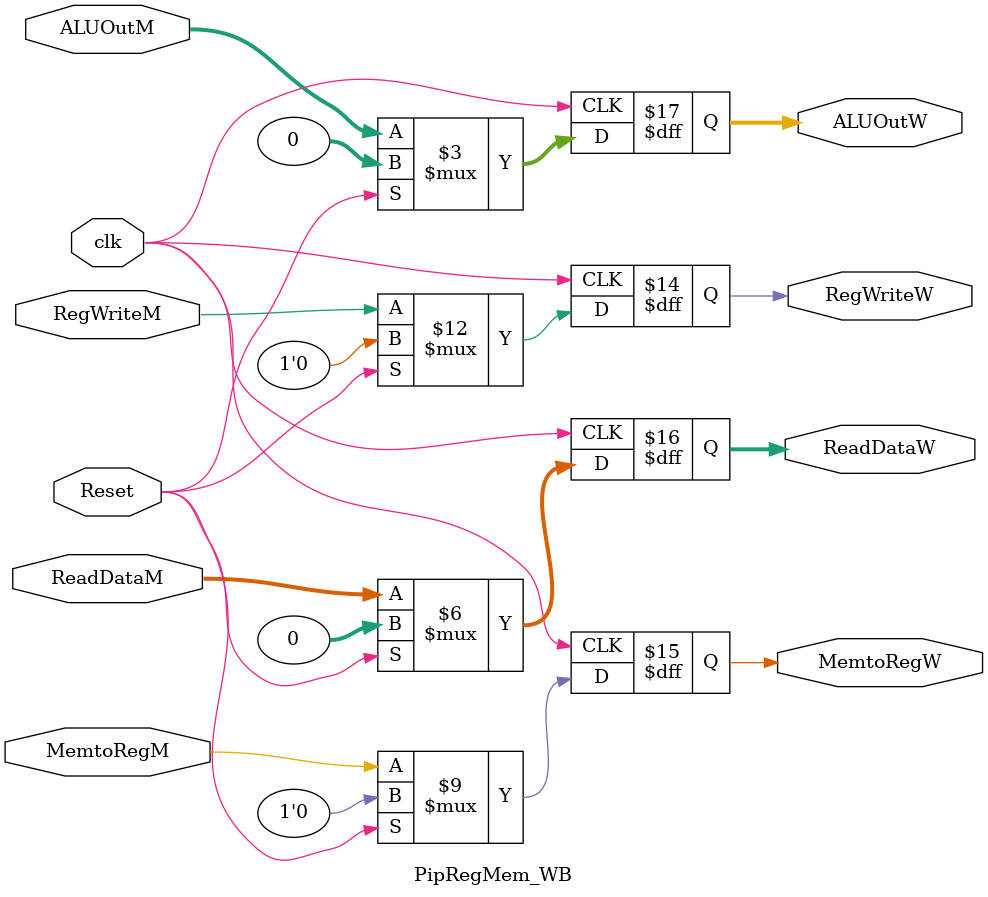
<source format=v>
`timescale 1ns / 1ps

module PipRegMem_WB(clk, Reset, RegWriteM, RegWriteW, MemtoRegM, MemtoRegW,
		 ReadDataM, ReadDataW, ALUOutM, ALUOutW);
		 
  input clk, Reset, RegWriteM, MemtoRegM;
  input [31:0] ReadDataM, ALUOutM;

  output reg RegWriteW, MemtoRegW;
  output reg [31:0] ReadDataW, ALUOutW;

  always @ (posedge clk) 
  begin
    if (Reset) 
	 begin
      RegWriteW <= 0;
		MemtoRegW <= 0;
		ReadDataW <= 0;
		ALUOutW <= 0;
    end
    else 
	 begin
      RegWriteW <= RegWriteM;
		MemtoRegW <= MemtoRegM;
		ReadDataW <= ReadDataM;
		ALUOutW <= ALUOutM;
    end
  end
endmodule




</source>
